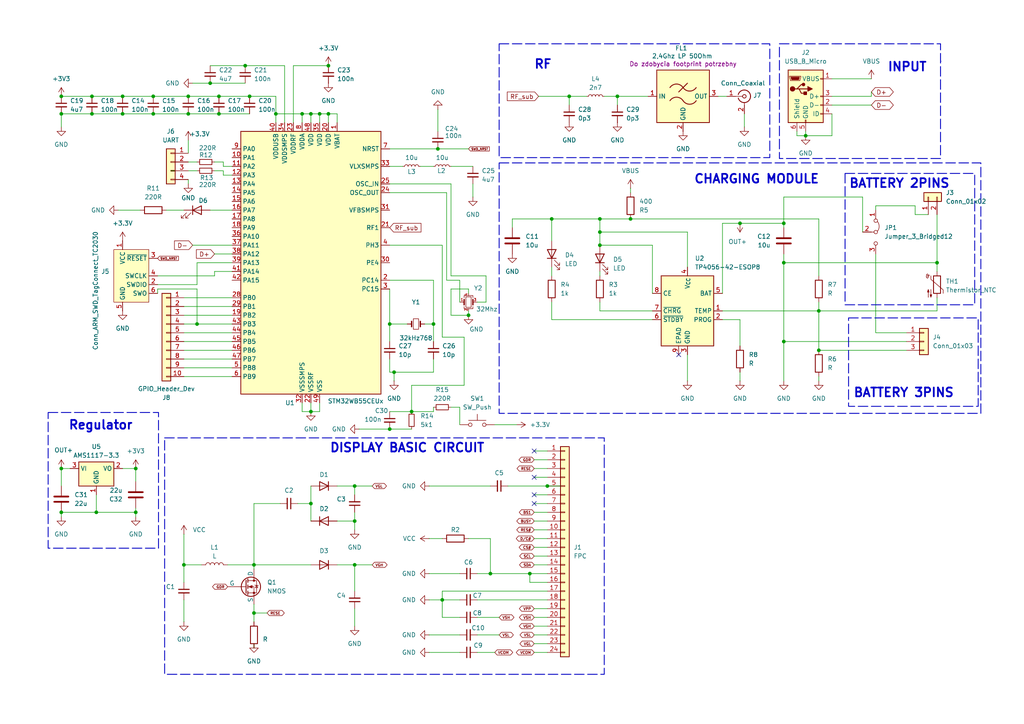
<source format=kicad_sch>
(kicad_sch (version 20250114) (generator "eeschema") (generator_version "9.0")
  (paper "A4")
  (rectangle (start 246.126 92.202) (end 283.718 117.856) (stroke (width 0.254) (type dash)))
  (rectangle (start 144.78 12.7) (end 223.266 45.72) (stroke (width 0.254) (type dash)))
  (rectangle (start 47.752 127) (end 175.26 195.58) (stroke (width 0.254) (type dash)))
  (rectangle (start 13.97 119.634) (end 45.974 159.004) (stroke (width 0.254) (type dash)))
  (rectangle (start 273.05 17.78) (end 273.05 17.78))
  (rectangle (start 245.11 50.292) (end 282.702 88.392) (stroke (width 0.254) (type dash)))
  (rectangle (start 226.06 12.7) (end 272.796 45.974) (stroke (width 0.254) (type dash)))
  (rectangle (start 144.78 47.244) (end 284.48 119.888) (stroke (width 0.254) (type dash)))
  (text "INPUT" (at 263.144 19.558 0) (effects (font (size 2.54 2.54) (thickness 0.508) (bold yes))))
  (text "BATTERY 2PINS" (at 260.858 53.34 0) (effects (font (size 2.54 2.54) (thickness 0.508) (bold yes))))
  (text "BATTERY 3PINS" (at 262.128 114.046 0) (effects (font (size 2.54 2.54) (thickness 0.508) (bold yes))))
  (text "Regulator" (at 29.21 123.444 0) (effects (font (size 2.54 2.54) (thickness 0.508) (bold yes))))
  (text "RF\n" (at 157.48 18.796 0) (effects (font (size 2.54 2.54) (thickness 0.508) (bold yes))))
  (text "CHARGING MODULE" (at 219.456 52.07 0) (effects (font (size 2.54 2.54) (thickness 0.508) (bold yes))))
  (text "DISPLAY BASIC CIRCUIT\n" (at 118.11 130.048 0) (effects (font (size 2.54 2.54) (thickness 0.508) (bold yes))))
  (junction (at 158.75 140.97))
  (junction (at 113.03 124.46))
  (junction (at 90.17 33.02))
  (junction (at 73.66 163.83))
  (junction (at 63.5 27.94))
  (junction (at 237.49 90.17))
  (junction (at 60.96 24.13))
  (junction (at 95.25 19.05))
  (junction (at 72.39 27.94))
  (junction (at 44.45 33.02))
  (junction (at 17.78 27.94))
  (junction (at 173.99 67.31))
  (junction (at 63.5 33.02))
  (junction (at 128.27 173.99))
  (junction (at 165.1 27.94))
  (junction (at 27.94 148.59))
  (junction (at 92.71 33.02))
  (junction (at 173.99 63.5))
  (junction (at 54.61 27.94))
  (junction (at 113.03 93.98))
  (junction (at 26.67 33.02))
  (junction (at 142.24 166.37))
  (junction (at 26.67 27.94))
  (junction (at 53.34 163.83))
  (junction (at 90.17 146.05))
  (junction (at 102.87 140.97))
  (junction (at 160.02 63.5))
  (junction (at 102.87 163.83))
  (junction (at 153.67 166.37))
  (junction (at 57.15 93.98))
  (junction (at 17.78 33.02))
  (junction (at 173.99 71.12))
  (junction (at 90.17 119.38))
  (junction (at 227.33 64.77))
  (junction (at 125.73 93.98))
  (junction (at 179.07 27.94))
  (junction (at 44.45 27.94))
  (junction (at 71.12 19.05))
  (junction (at 17.78 148.59))
  (junction (at 114.3 107.95))
  (junction (at 54.61 33.02))
  (junction (at 127 43.18))
  (junction (at 214.63 64.77))
  (junction (at 102.87 151.13))
  (junction (at 95.25 33.02))
  (junction (at 35.56 27.94))
  (junction (at 227.33 99.06))
  (junction (at 73.66 177.8))
  (junction (at 182.88 63.5))
  (junction (at 135.89 91.44))
  (junction (at 233.68 39.37))
  (junction (at 87.63 33.02))
  (junction (at 237.49 101.6))
  (junction (at 39.37 148.59))
  (junction (at 80.01 33.02))
  (junction (at 17.78 135.89))
  (junction (at 39.37 135.89))
  (junction (at 119.38 119.38))
  (junction (at 271.78 76.2))
  (junction (at 227.33 76.2))
  (junction (at 35.56 33.02))
  (no_connect (at 154.94 143.51))
  (no_connect (at 154.94 138.43))
  (no_connect (at 196.85 102.87))
  (no_connect (at 154.94 130.81))
  (no_connect (at 154.94 146.05))
  (wire (pts (xy 63.5 33.02) (xy 72.39 33.02)))
  (wire (pts (xy 182.88 63.5) (xy 237.49 63.5)))
  (wire (pts (xy 129.54 55.88) (xy 113.03 55.88)))
  (wire (pts (xy 154.94 148.59) (xy 158.75 148.59)))
  (wire (pts (xy 125.73 119.38) (xy 125.73 118.11)))
  (wire (pts (xy 92.71 116.84) (xy 92.71 119.38)))
  (wire (pts (xy 53.34 91.44) (xy 67.31 91.44)))
  (wire (pts (xy 237.49 101.6) (xy 262.89 101.6)))
  (wire (pts (xy 265.43 62.23) (xy 269.24 62.23)))
  (wire (pts (xy 90.17 146.05) (xy 90.17 151.13)))
  (wire (pts (xy 73.66 146.05) (xy 81.28 146.05)))
  (wire (pts (xy 124.46 189.23) (xy 133.35 189.23)))
  (wire (pts (xy 17.78 33.02) (xy 26.67 33.02)))
  (wire (pts (xy 153.67 166.37) (xy 158.75 166.37)))
  (wire (pts (xy 148.59 66.04) (xy 148.59 63.5)))
  (wire (pts (xy 160.02 77.47) (xy 160.02 80.01)))
  (wire (pts (xy 45.72 83.82) (xy 57.15 83.82)))
  (wire (pts (xy 90.17 33.02) (xy 92.71 33.02)))
  (wire (pts (xy 90.17 140.97) (xy 90.17 146.05)))
  (wire (pts (xy 73.66 163.83) (xy 90.17 163.83)))
  (wire (pts (xy 135.89 91.44) (xy 130.81 91.44)))
  (wire (pts (xy 250.19 57.15) (xy 250.19 67.31)))
  (wire (pts (xy 179.07 27.94) (xy 187.96 27.94)))
  (wire (pts (xy 173.99 63.5) (xy 173.99 67.31)))
  (wire (pts (xy 87.63 33.02) (xy 90.17 33.02)))
  (wire (pts (xy 92.71 119.38) (xy 90.17 119.38)))
  (wire (pts (xy 140.97 80.01) (xy 140.97 87.63)))
  (wire (pts (xy 44.45 27.94) (xy 54.61 27.94)))
  (wire (pts (xy 113.03 104.14) (xy 113.03 107.95)))
  (wire (pts (xy 80.01 33.02) (xy 87.63 33.02)))
  (wire (pts (xy 102.87 163.83) (xy 107.95 163.83)))
  (wire (pts (xy 53.34 88.9) (xy 67.31 88.9)))
  (wire (pts (xy 85.09 19.05) (xy 95.25 19.05)))
  (wire (pts (xy 87.63 116.84) (xy 87.63 119.38)))
  (wire (pts (xy 48.26 60.96) (xy 53.34 60.96)))
  (wire (pts (xy 53.34 99.06) (xy 67.31 99.06)))
  (wire (pts (xy 154.94 156.21) (xy 158.75 156.21)))
  (wire (pts (xy 125.73 93.98) (xy 125.73 81.28)))
  (wire (pts (xy 97.79 163.83) (xy 102.87 163.83)))
  (wire (pts (xy 85.09 35.56) (xy 85.09 19.05)))
  (wire (pts (xy 189.23 92.71) (xy 160.02 92.71)))
  (wire (pts (xy 102.87 140.97) (xy 107.95 140.97)))
  (wire (pts (xy 45.72 82.55) (xy 57.15 82.55)))
  (wire (pts (xy 80.01 33.02) (xy 80.01 35.56)))
  (wire (pts (xy 173.99 63.5) (xy 182.88 63.5)))
  (wire (pts (xy 227.33 99.06) (xy 227.33 110.49)))
  (wire (pts (xy 90.17 33.02) (xy 90.17 35.56)))
  (wire (pts (xy 53.34 101.6) (xy 67.31 101.6)))
  (wire (pts (xy 129.54 81.28) (xy 129.54 55.88)))
  (wire (pts (xy 154.94 179.07) (xy 158.75 179.07)))
  (wire (pts (xy 55.88 71.12) (xy 67.31 71.12)))
  (wire (pts (xy 97.79 140.97) (xy 102.87 140.97)))
  (wire (pts (xy 104.14 124.46) (xy 113.03 124.46)))
  (wire (pts (xy 147.32 140.97) (xy 158.75 140.97)))
  (wire (pts (xy 60.96 60.96) (xy 67.31 60.96)))
  (wire (pts (xy 182.88 54.61) (xy 182.88 55.88)))
  (wire (pts (xy 60.96 19.05) (xy 71.12 19.05)))
  (wire (pts (xy 113.03 119.38) (xy 119.38 119.38)))
  (wire (pts (xy 154.94 158.75) (xy 158.75 158.75)))
  (wire (pts (xy 173.99 87.63) (xy 173.99 90.17)))
  (wire (pts (xy 214.63 92.71) (xy 214.63 100.33)))
  (wire (pts (xy 102.87 176.53) (xy 102.87 181.61)))
  (wire (pts (xy 128.27 173.99) (xy 133.35 173.99)))
  (wire (pts (xy 130.81 53.34) (xy 130.81 80.01)))
  (wire (pts (xy 128.27 179.07) (xy 128.27 173.99)))
  (wire (pts (xy 231.14 38.1) (xy 231.14 39.37)))
  (wire (pts (xy 158.75 171.45) (xy 128.27 171.45)))
  (wire (pts (xy 128.27 71.12) (xy 128.27 97.79)))
  (wire (pts (xy 102.87 148.59) (xy 102.87 151.13)))
  (wire (pts (xy 153.67 168.91) (xy 153.67 166.37)))
  (wire (pts (xy 252.73 26.67) (xy 252.73 27.94)))
  (wire (pts (xy 77.47 177.8) (xy 73.66 177.8)))
  (wire (pts (xy 92.71 33.02) (xy 92.71 35.56)))
  (wire (pts (xy 137.16 53.34) (xy 137.16 57.15)))
  (wire (pts (xy 124.46 184.15) (xy 133.35 184.15)))
  (wire (pts (xy 241.3 22.86) (xy 252.73 22.86)))
  (wire (pts (xy 17.78 148.59) (xy 27.94 148.59)))
  (wire (pts (xy 265.43 59.69) (xy 265.43 62.23)))
  (wire (pts (xy 170.18 27.94) (xy 165.1 27.94)))
  (wire (pts (xy 209.55 90.17) (xy 237.49 90.17)))
  (wire (pts (xy 140.97 87.63) (xy 138.43 87.63)))
  (wire (pts (xy 80.01 27.94) (xy 80.01 33.02)))
  (wire (pts (xy 114.3 107.95) (xy 114.3 110.49)))
  (wire (pts (xy 62.23 46.99) (xy 64.77 46.99)))
  (wire (pts (xy 125.73 93.98) (xy 125.73 99.06)))
  (wire (pts (xy 86.36 146.05) (xy 90.17 146.05)))
  (wire (pts (xy 237.49 90.17) (xy 271.78 90.17)))
  (wire (pts (xy 62.23 49.53) (xy 64.77 49.53)))
  (wire (pts (xy 154.94 146.05) (xy 158.75 146.05)))
  (wire (pts (xy 209.55 64.77) (xy 214.63 64.77)))
  (wire (pts (xy 39.37 148.59) (xy 39.37 147.32)))
  (wire (pts (xy 208.28 27.94) (xy 210.82 27.94)))
  (wire (pts (xy 130.81 48.26) (xy 137.16 48.26)))
  (wire (pts (xy 53.34 96.52) (xy 67.31 96.52)))
  (wire (pts (xy 237.49 63.5) (xy 237.49 80.01)))
  (wire (pts (xy 73.66 180.34) (xy 73.66 177.8)))
  (wire (pts (xy 160.02 63.5) (xy 173.99 63.5)))
  (wire (pts (xy 160.02 63.5) (xy 160.02 69.85)))
  (wire (pts (xy 154.94 189.23) (xy 158.75 189.23)))
  (wire (pts (xy 134.62 97.79) (xy 134.62 111.76)))
  (wire (pts (xy 113.03 71.12) (xy 128.27 71.12)))
  (wire (pts (xy 95.25 33.02) (xy 95.25 35.56)))
  (wire (pts (xy 254 96.52) (xy 262.89 96.52)))
  (wire (pts (xy 64.77 49.53) (xy 64.77 50.8)))
  (wire (pts (xy 113.03 107.95) (xy 114.3 107.95)))
  (wire (pts (xy 154.94 138.43) (xy 158.75 138.43)))
  (wire (pts (xy 124.46 156.21) (xy 128.27 156.21)))
  (wire (pts (xy 154.94 151.13) (xy 158.75 151.13)))
  (wire (pts (xy 130.81 91.44) (xy 130.81 83.82)))
  (wire (pts (xy 127 31.75) (xy 127 38.1)))
  (wire (pts (xy 35.56 27.94) (xy 44.45 27.94)))
  (wire (pts (xy 233.68 39.37) (xy 241.3 39.37)))
  (wire (pts (xy 271.78 90.17) (xy 271.78 86.36)))
  (wire (pts (xy 165.1 27.94) (xy 165.1 30.48)))
  (wire (pts (xy 87.63 35.56) (xy 87.63 33.02)))
  (wire (pts (xy 119.38 111.76) (xy 119.38 119.38)))
  (wire (pts (xy 138.43 184.15) (xy 144.78 184.15)))
  (wire (pts (xy 97.79 33.02) (xy 95.25 33.02)))
  (wire (pts (xy 124.46 140.97) (xy 142.24 140.97)))
  (wire (pts (xy 113.03 124.46) (xy 119.38 124.46)))
  (wire (pts (xy 64.77 48.26) (xy 67.31 48.26)))
  (wire (pts (xy 254 59.69) (xy 254 60.96)))
  (wire (pts (xy 154.94 130.81) (xy 158.75 130.81)))
  (wire (pts (xy 102.87 143.51) (xy 102.87 140.97)))
  (wire (pts (xy 133.35 87.63) (xy 133.35 81.28)))
  (wire (pts (xy 160.02 87.63) (xy 160.02 92.71)))
  (wire (pts (xy 82.55 35.56) (xy 82.55 19.05)))
  (wire (pts (xy 45.72 83.82) (xy 45.72 85.09)))
  (wire (pts (xy 113.03 53.34) (xy 130.81 53.34)))
  (wire (pts (xy 124.46 166.37) (xy 133.35 166.37)))
  (wire (pts (xy 254 59.69) (xy 265.43 59.69)))
  (wire (pts (xy 95.25 33.02) (xy 92.71 33.02)))
  (wire (pts (xy 121.92 48.26) (xy 125.73 48.26)))
  (wire (pts (xy 53.34 93.98) (xy 57.15 93.98)))
  (wire (pts (xy 113.03 93.98) (xy 118.11 93.98)))
  (wire (pts (xy 173.99 78.74) (xy 173.99 80.01)))
  (wire (pts (xy 179.07 27.94) (xy 179.07 30.48)))
  (wire (pts (xy 227.33 76.2) (xy 271.78 76.2)))
  (wire (pts (xy 175.26 27.94) (xy 179.07 27.94)))
  (wire (pts (xy 73.66 163.83) (xy 73.66 146.05)))
  (wire (pts (xy 27.94 143.51) (xy 27.94 148.59)))
  (wire (pts (xy 173.99 67.31) (xy 199.39 67.31)))
  (wire (pts (xy 237.49 109.22) (xy 237.49 110.49)))
  (wire (pts (xy 231.14 39.37) (xy 233.68 39.37)))
  (wire (pts (xy 26.67 33.02) (xy 35.56 33.02)))
  (wire (pts (xy 154.94 135.89) (xy 158.75 135.89)))
  (wire (pts (xy 114.3 107.95) (xy 125.73 107.95)))
  (wire (pts (xy 130.81 80.01) (xy 140.97 80.01)))
  (wire (pts (xy 17.78 149.86) (xy 17.78 148.59)))
  (wire (pts (xy 173.99 90.17) (xy 189.23 90.17)))
  (wire (pts (xy 97.79 35.56) (xy 97.79 33.02)))
  (wire (pts (xy 45.72 80.01) (xy 62.23 80.01)))
  (wire (pts (xy 60.96 24.13) (xy 71.12 24.13)))
  (wire (pts (xy 54.61 33.02) (xy 63.5 33.02)))
  (wire (pts (xy 154.94 163.83) (xy 158.75 163.83)))
  (wire (pts (xy 66.04 163.83) (xy 73.66 163.83)))
  (wire (pts (xy 209.55 92.71) (xy 214.63 92.71)))
  (wire (pts (xy 154.94 181.61) (xy 158.75 181.61)))
  (wire (pts (xy 55.88 24.13) (xy 60.96 24.13)))
  (wire (pts (xy 154.94 133.35) (xy 158.75 133.35)))
  (wire (pts (xy 214.63 107.95) (xy 214.63 110.49)))
  (wire (pts (xy 241.3 33.02) (xy 241.3 39.37)))
  (wire (pts (xy 128.27 97.79) (xy 134.62 97.79)))
  (wire (pts (xy 17.78 135.89) (xy 20.32 135.89)))
  (wire (pts (xy 53.34 86.36) (xy 67.31 86.36)))
  (wire (pts (xy 102.87 171.45) (xy 102.87 163.83)))
  (wire (pts (xy 54.61 46.99) (xy 57.15 46.99)))
  (wire (pts (xy 254 73.66) (xy 254 96.52)))
  (wire (pts (xy 154.94 186.69) (xy 158.75 186.69)))
  (wire (pts (xy 73.66 163.83) (xy 73.66 165.1)))
  (wire (pts (xy 237.49 90.17) (xy 237.49 101.6)))
  (wire (pts (xy 102.87 153.67) (xy 102.87 151.13)))
  (wire (pts (xy 125.73 81.28) (xy 113.03 81.28)))
  (wire (pts (xy 143.51 123.19) (xy 149.86 123.19)))
  (wire (pts (xy 90.17 116.84) (xy 90.17 119.38)))
  (wire (pts (xy 241.3 27.94) (xy 252.73 27.94)))
  (wire (pts (xy 134.62 111.76) (xy 119.38 111.76)))
  (wire (pts (xy 227.33 99.06) (xy 262.89 99.06)))
  (wire (pts (xy 53.34 154.94) (xy 53.34 163.83)))
  (wire (pts (xy 62.23 78.74) (xy 67.31 78.74)))
  (wire (pts (xy 135.89 83.82) (xy 135.89 85.09)))
  (wire (pts (xy 113.03 48.26) (xy 116.84 48.26)))
  (wire (pts (xy 113.03 99.06) (xy 113.03 93.98)))
  (wire (pts (xy 54.61 27.94) (xy 63.5 27.94)))
  (wire (pts (xy 138.43 179.07) (xy 144.78 179.07)))
  (wire (pts (xy 215.9 33.02) (xy 215.9 36.83)))
  (wire (pts (xy 54.61 52.07) (xy 54.61 53.34)))
  (wire (pts (xy 237.49 87.63) (xy 237.49 90.17)))
  (wire (pts (xy 64.77 46.99) (xy 64.77 48.26)))
  (wire (pts (xy 135.89 156.21) (xy 142.24 156.21)))
  (wire (pts (xy 17.78 140.97) (xy 17.78 135.89)))
  (wire (pts (xy 173.99 67.31) (xy 173.99 71.12)))
  (wire (pts (xy 39.37 135.89) (xy 39.37 139.7)))
  (wire (pts (xy 17.78 27.94) (xy 26.67 27.94)))
  (wire (pts (xy 26.67 27.94) (xy 35.56 27.94)))
  (wire (pts (xy 233.68 39.37) (xy 233.68 38.1)))
  (wire (pts (xy 71.12 19.05) (xy 82.55 19.05)))
  (wire (pts (xy 142.24 156.21) (xy 142.24 166.37)))
  (wire (pts (xy 34.29 60.96) (xy 40.64 60.96)))
  (wire (pts (xy 35.56 135.89) (xy 39.37 135.89)))
  (wire (pts (xy 199.39 102.87) (xy 199.39 110.49)))
  (wire (pts (xy 209.55 64.77) (xy 209.55 85.09)))
  (wire (pts (xy 53.34 104.14) (xy 67.31 104.14)))
  (wire (pts (xy 154.94 184.15) (xy 158.75 184.15)))
  (wire (pts (xy 138.43 166.37) (xy 142.24 166.37)))
  (wire (pts (xy 156.21 27.94) (xy 165.1 27.94)))
  (wire (pts (xy 63.5 27.94) (xy 72.39 27.94)))
  (wire (pts (xy 57.15 76.2) (xy 67.31 76.2)))
  (wire (pts (xy 128.27 171.45) (xy 128.27 173.99)))
  (wire (pts (xy 148.59 63.5) (xy 160.02 63.5)))
  (wire (pts (xy 53.34 163.83) (xy 58.42 163.83)))
  (wire (pts (xy 227.33 64.77) (xy 227.33 66.04)))
  (wire (pts (xy 189.23 71.12) (xy 173.99 71.12)))
  (wire (pts (xy 154.94 176.53) (xy 158.75 176.53)))
  (wire (pts (xy 53.34 173.99) (xy 53.34 180.34)))
  (wire (pts (xy 123.19 93.98) (xy 125.73 93.98)))
  (wire (pts (xy 127 43.18) (xy 135.89 43.18)))
  (wire (pts (xy 57.15 82.55) (xy 57.15 76.2)))
  (wire (pts (xy 64.77 50.8) (xy 67.31 50.8)))
  (wire (pts (xy 49.53 49.53) (xy 50.8 49.53)))
  (wire (pts (xy 133.35 179.07) (xy 128.27 179.07)))
  (wire (pts (xy 97.79 151.13) (xy 102.87 151.13)))
  (wire (pts (xy 73.66 187.96) (xy 73.66 186.69)))
  (wire (pts (xy 142.24 166.37) (xy 153.67 166.37)))
  (wire (pts (xy 158.75 140.97) (xy 162.56 140.97)))
  (wire (pts (xy 87.63 119.38) (xy 90.17 119.38)))
  (wire (pts (xy 227.33 73.66) (xy 227.33 76.2)))
  (wire (pts (xy 133.35 118.11) (xy 133.35 123.19)))
  (wire (pts (xy 199.39 67.31) (xy 199.39 77.47)))
  (wire (pts (xy 271.78 62.23) (xy 271.78 76.2)))
  (wire (pts (xy 158.75 168.91) (xy 153.67 168.91)))
  (wire (pts (xy 44.45 33.02) (xy 54.61 33.02)))
  (wire (pts (xy 73.66 177.8) (xy 73.66 175.26)))
  (wire (pts (xy 125.73 107.95) (xy 125.73 104.14)))
  (wire (pts (xy 113.03 83.82) (xy 113.03 93.98)))
  (wire (pts (xy 130.81 83.82) (xy 135.89 83.82)))
  (wire (pts (xy 62.23 80.01) (xy 62.23 78.74)))
  (wire (pts (xy 138.43 189.23) (xy 143.51 189.23)))
  (wire (pts (xy 214.63 64.77) (xy 227.33 64.77)))
  (wire (pts (xy 72.39 27.94) (xy 80.01 27.94)))
  (wire (pts (xy 154.94 153.67) (xy 158.75 153.67)))
  (wire (pts (xy 39.37 149.86) (xy 39.37 148.59)))
  (wire (pts (xy 135.89 90.17) (xy 135.89 91.44)))
  (wire (pts (xy 119.38 119.38) (xy 125.73 119.38)))
  (wire (pts (xy 130.81 118.11) (xy 133.35 118.11)))
  (wire (pts (xy 227.33 64.77) (xy 227.33 57.15)))
  (wire (pts (xy 227.33 57.15) (xy 250.19 57.15)))
  (wire (pts (xy 57.15 83.82) (xy 57.15 93.98)))
  (wire (pts (xy 53.34 106.68) (xy 67.31 106.68)))
  (wire (pts (xy 17.78 36.83) (xy 17.78 33.02)))
  (wire (pts (xy 113.03 43.18) (xy 127 43.18)))
  (wire (pts (xy 27.94 148.59) (xy 39.37 148.59)))
  (wire (pts (xy 54.61 40.64) (xy 54.61 44.45)))
  (wire (pts (xy 35.56 33.02) (xy 44.45 33.02)))
  (wire (pts (xy 189.23 85.09) (xy 189.23 71.12)))
  (wire (pts (xy 133.35 81.28) (xy 129.54 81.28)))
  (wire (pts (xy 154.94 143.51) (xy 158.75 143.51)))
  (wire (pts (xy 53.34 168.91) (xy 53.34 163.83)))
  (wire (pts (xy 57.15 93.98) (xy 67.31 93.98)))
  (wire (pts (xy 154.94 161.29) (xy 158.75 161.29)))
  (wire (pts (xy 124.46 173.99) (xy 128.27 173.99)))
  (wire (pts (xy 227.33 76.2) (xy 227.33 99.06)))
  (wire (pts (xy 252.73 30.48) (xy 241.3 30.48)))
  (wire (pts (xy 138.43 173.99) (xy 158.75 173.99)))
  (wire (pts (xy 53.34 109.22) (xy 67.31 109.22)))
  (wire (pts (xy 54.61 49.53) (xy 57.15 49.53)))
  (wire (pts (xy 62.23 73.66) (xy 67.31 73.66)))
  (wire (pts (xy 271.78 76.2) (xy 271.78 78.74)))
  (global_label "VGH" (shape bidirectional) (at 107.95 163.83 0) (effects (font (size 0.762 0.762))) (property "Intersheetrefs" "${INTERSHEET_REFS}" (effects (hide yes))))
  (global_label "RES#" (shape bidirectional) (at 154.94 153.67 180) (effects (font (size 0.762 0.762))) (property "Intersheetrefs" "${INTERSHEET_REFS}" (effects (hide yes))))
  (global_label "D-" (shape input) (at 55.88 71.12 180) (property "Intersheetrefs" "${INTERSHEET_REFS}" (effects (hide yes))))
  (global_label "VCOM" (shape bidirectional) (at 143.51 189.23 0) (effects (font (size 0.762 0.762))) (property "Intersheetrefs" "${INTERSHEET_REFS}" (effects (hide yes))))
  (global_label "RESE" (shape bidirectional) (at 77.47 177.8 0) (effects (font (size 0.762 0.762))) (property "Intersheetrefs" "${INTERSHEET_REFS}" (effects (hide yes))))
  (global_label "VCOM" (shape bidirectional) (at 154.94 189.23 180) (effects (font (size 0.762 0.762))) (property "Intersheetrefs" "${INTERSHEET_REFS}" (effects (hide yes))))
  (global_label "SWD_NRST" (shape input) (at 45.72 74.93 0) (effects (font (size 0.635 0.635))) (property "Intersheetrefs" "${INTERSHEET_REFS}" (effects (hide yes))))
  (global_label "VSL" (shape bidirectional) (at 154.94 184.15 180) (effects (font (size 0.762 0.762))) (property "Intersheetrefs" "${INTERSHEET_REFS}" (effects (hide yes))))
  (global_label "GDR" (shape bidirectional) (at 154.94 133.35 180) (effects (font (size 0.762 0.762))) (property "Intersheetrefs" "${INTERSHEET_REFS}" (effects (hide yes))))
  (global_label "D+" (shape input) (at 62.23 73.66 180) (property "Intersheetrefs" "${INTERSHEET_REFS}" (effects (hide yes))))
  (global_label "D-" (shape bidirectional) (at 252.73 30.48 0) (property "Intersheetrefs" "${INTERSHEET_REFS}" (effects (hide yes))))
  (global_label "CS#" (shape bidirectional) (at 154.94 158.75 180) (effects (font (size 0.762 0.762))) (property "Intersheetrefs" "${INTERSHEET_REFS}" (effects (hide yes))))
  (global_label "BS1" (shape bidirectional) (at 154.94 148.59 180) (effects (font (size 0.762 0.762))) (property "Intersheetrefs" "${INTERSHEET_REFS}" (effects (hide yes))))
  (global_label "D+" (shape bidirectional) (at 252.73 26.67 0) (property "Intersheetrefs" "${INTERSHEET_REFS}" (effects (hide yes))))
  (global_label "VGH" (shape bidirectional) (at 154.94 181.61 180) (effects (font (size 0.762 0.762))) (property "Intersheetrefs" "${INTERSHEET_REFS}" (effects (hide yes))))
  (global_label "VGL" (shape bidirectional) (at 154.94 186.69 180) (effects (font (size 0.762 0.762))) (property "Intersheetrefs" "${INTERSHEET_REFS}" (effects (hide yes))))
  (global_label "SCL" (shape bidirectional) (at 154.94 161.29 180) (effects (font (size 0.762 0.762))) (property "Intersheetrefs" "${INTERSHEET_REFS}" (effects (hide yes))))
  (global_label "GDR" (shape bidirectional) (at 66.04 170.18 180) (effects (font (size 0.762 0.762))) (property "Intersheetrefs" "${INTERSHEET_REFS}" (effects (hide yes))))
  (global_label "BUSY" (shape bidirectional) (at 154.94 151.13 180) (effects (font (size 0.762 0.762))) (property "Intersheetrefs" "${INTERSHEET_REFS}" (effects (hide yes))))
  (global_label "VPP" (shape bidirectional) (at 154.94 176.53 180) (effects (font (size 0.762 0.762))) (property "Intersheetrefs" "${INTERSHEET_REFS}" (effects (hide yes))))
  (global_label "VSH" (shape bidirectional) (at 144.78 179.07 0) (effects (font (size 0.762 0.762))) (property "Intersheetrefs" "${INTERSHEET_REFS}" (effects (hide yes))))
  (global_label "SWD_NRST" (shape input) (at 135.89 43.18 0) (effects (font (size 0.635 0.635))) (property "Intersheetrefs" "${INTERSHEET_REFS}" (effects (hide yes))))
  (global_label "RF_sub" (shape input) (at 156.21 27.94 180) (property "Intersheetrefs" "${INTERSHEET_REFS}" (effects (hide yes))))
  (global_label "VSL" (shape bidirectional) (at 144.78 184.15 0) (effects (font (size 0.762 0.762))) (property "Intersheetrefs" "${INTERSHEET_REFS}" (effects (hide yes))))
  (global_label "D{slash}C#" (shape bidirectional) (at 154.94 156.21 180) (effects (font (size 0.762 0.762))) (property "Intersheetrefs" "${INTERSHEET_REFS}" (effects (hide yes))))
  (global_label "RF_sub" (shape input) (at 113.03 66.04 0) (property "Intersheetrefs" "${INTERSHEET_REFS}" (effects (hide yes))))
  (global_label "VSH" (shape bidirectional) (at 154.94 179.07 180) (effects (font (size 0.762 0.762))) (property "Intersheetrefs" "${INTERSHEET_REFS}" (effects (hide yes))))
  (global_label "RESE" (shape bidirectional) (at 154.94 135.89 180) (effects (font (size 0.762 0.762))) (property "Intersheetrefs" "${INTERSHEET_REFS}" (effects (hide yes))))
  (global_label "VGL" (shape bidirectional) (at 107.95 140.97 0) (effects (font (size 0.762 0.762))) (property "Intersheetrefs" "${INTERSHEET_REFS}" (effects (hide yes))))
  (global_label "SDA" (shape bidirectional) (at 154.94 163.83 180) (effects (font (size 0.762 0.762))) (property "Intersheetrefs" "${INTERSHEET_REFS}" (effects (hide yes))))
  (symbol (lib_id "power:GND") (at 124.46 189.23 270) (unit 1)
    (property "Reference" "#PWR010" (effects (hide yes)))
    (property "Value" "GND" (at 120.65 189.2299 90) (effects (justify right)))
    (property "Description" "Power symbol creates a global label with name \"GND\" , ground" (effects (hide yes)))
  )
  (symbol (lib_id "Connector_Generic:Conn_01x02") (at 269.24 57.15 90) (unit 1)
    (property "Reference" "J3" (at 274.32 55.8799 90) (effects (justify right)))
    (property "Value" "Conn_01x02" (at 274.32 58.4199 90) (effects (justify right)))
    (property "Description" "Generic connector, single row, 01x02, script generated (kicad-library-utils/schlib/autogen/connector/)" (effects (hide yes)))
  )
  (symbol (lib_id "power:GND") (at 179.07 35.56 0) (unit 1)
    (property "Reference" "#PWR050" (effects (hide yes)))
    (property "Value" "GND" (at 179.07 40.64 0))
    (property "Description" "Power symbol creates a global label with name \"GND\" , ground" (effects (hide yes)))
  )
  (symbol (lib_id "Device:C_Small") (at 113.03 101.6 0) (unit 1)
    (property "Reference" "C27" (at 115.57 100.3362 0) (effects (justify left)))
    (property "Value" "10p" (at 115.57 102.8762 0) (effects (justify left)))
    (property "Description" "Unpolarized capacitor, small symbol" (effects (hide yes)))
  )
  (symbol (lib_id "Device:C_Small") (at 137.16 50.8 0) (unit 1)
    (property "Reference" "C25" (at 139.7 49.5362 0) (effects (justify left)))
    (property "Value" "4u7" (at 139.7 52.0762 0) (effects (justify left)))
    (property "Description" "Unpolarized capacitor, small symbol" (effects (hide yes)))
  )
  (symbol (lib_id "Device:R") (at 182.88 59.69 0) (mirror x) (unit 1)
    (property "Reference" "R5" (at 185.42 60.9601 0) (effects (justify left)))
    (property "Value" "400" (at 185.42 58.4201 0) (effects (justify left)))
    (property "Description" "Resistor" (effects (hide yes)))
  )
  (symbol (lib_id "Connector_Generic:Conn_01x03") (at 267.97 99.06 0) (unit 1)
    (property "Reference" "J4" (at 270.51 97.7899 0) (effects (justify left)))
    (property "Value" "Conn_01x03" (at 270.51 100.3299 0) (effects (justify left)))
    (property "Description" "Generic connector, single row, 01x03, script generated (kicad-library-utils/schlib/autogen/connector/)" (effects (hide yes)))
  )
  (symbol (lib_id "Device:C_Small") (at 60.96 21.59 0) (unit 1)
    (property "Reference" "C22" (at 63.5 20.3262 0) (effects (justify left)))
    (property "Value" "4u7" (at 63.5 22.8662 0) (effects (justify left)))
    (property "Description" "Unpolarized capacitor, small symbol" (effects (hide yes)))
  )
  (symbol (lib_id "Device:Crystal_GND24_Small") (at 135.89 87.63 0) (unit 1)
    (property "Reference" "Y2" (at 138.684 83.566 0))
    (property "Value" "32Mhz" (at 141.224 89.662 0))
    (property "Description" "Four pin crystal, GND on pins 2 and 4, small symbol" (effects (hide yes)))
  )
  (symbol (lib_id "Device:C_Small") (at 44.45 30.48 0) (unit 1)
    (property "Reference" "C15" (at 46.99 29.2162 0) (effects (justify left)))
    (property "Value" "100n" (at 46.99 31.7562 0) (effects (justify left)))
    (property "Description" "Unpolarized capacitor, small symbol" (effects (hide yes)))
  )
  (symbol (lib_id "Simulation_SPICE:NMOS") (at 71.12 170.18 0) (unit 1)
    (property "Reference" "Q1" (at 77.47 168.9099 0) (effects (justify left)))
    (property "Value" "NMOS" (at 77.47 171.4499 0) (effects (justify left)))
    (property "Datasheet" "https://ngspice.sourceforge.io/docs/ngspice-html-manual/manual.xhtml#cha_MOSFETs" (effects (hide yes)))
    (property "Description" "N-MOSFET transistor, drain/source/gate" (effects (hide yes)))
    (property "Sim.Device" "NMOS" (effects (hide yes)))
    (property "Sim.Type" "VDMOS" (effects (hide yes)))
    (property "Sim.Pins" "1=D 2=G 3=S" (effects (hide yes)))
  )
  (symbol (lib_id "Device:R_Small") (at 59.69 46.99 90) (unit 1)
    (property "Reference" "R12" (at 59.69 44.958 90))
    (property "Value" "220R" (at 60.198 42.926 90))
    (property "Description" "Resistor, small symbol" (effects (hide yes)))
  )
  (symbol (lib_id "Connector_Generic:Conn_01x04") (at 49.53 46.99 0) (mirror y) (unit 1)
    (property "Reference" "J6" (at 49.53 38.1 0))
    (property "Value" "UART" (at 49.53 40.64 0))
    (property "Description" "Generic connector, single row, 01x04, script generated (kicad-library-utils/schlib/autogen/connector/)" (effects (hide yes)))
  )
  (symbol (lib_id "Device:C_Small") (at 63.5 30.48 0) (unit 1)
    (property "Reference" "C17" (at 66.04 29.2162 0) (effects (justify left)))
    (property "Value" "100n" (at 66.04 31.7562 0) (effects (justify left)))
    (property "Description" "Unpolarized capacitor, small symbol" (effects (hide yes)))
  )
  (symbol (lib_id "Device:C_Small") (at 71.12 21.59 0) (unit 1)
    (property "Reference" "C21" (at 73.66 20.3262 0) (effects (justify left)))
    (property "Value" "100n" (at 73.66 22.8662 0) (effects (justify left)))
    (property "Description" "Unpolarized capacitor, small symbol" (effects (hide yes)))
  )
  (symbol (lib_id "power:GND") (at 127 31.75 180) (unit 1)
    (property "Reference" "#PWR036" (effects (hide yes)))
    (property "Value" "GND" (at 127 26.67 0))
    (property "Description" "Power symbol creates a global label with name \"GND\" , ground" (effects (hide yes)))
  )
  (symbol (lib_id "Connector:USB_B_Micro") (at 233.68 27.94 0) (unit 1)
    (property "Reference" "J2" (at 233.68 15.24 0))
    (property "Value" "USB_B_Micro" (at 233.68 17.78 0))
    (property "Description" "USB Micro Type B connector" (effects (hide yes)))
  )
  (symbol (lib_id "power:GND") (at 198.12 38.1 0) (unit 1)
    (property "Reference" "#PWR040" (effects (hide yes)))
    (property "Value" "GND" (at 198.12 43.18 0))
    (property "Description" "Power symbol creates a global label with name \"GND\" , ground" (effects (hide yes)))
  )
  (symbol (lib_id "power:GND") (at 17.78 36.83 0) (unit 1)
    (property "Reference" "#PWR026" (effects (hide yes)))
    (property "Value" "GND" (at 17.78 41.91 0))
    (property "Description" "Power symbol creates a global label with name \"GND\" , ground" (effects (hide yes)))
  )
  (symbol (lib_id "Regulator_Linear:AMS1117-3.3") (at 27.94 135.89 0) (unit 1)
    (property "Reference" "U5" (at 27.94 129.54 0))
    (property "Value" "AMS1117-3.3" (at 27.94 132.08 0))
    (property "Footprint" "Package_TO_SOT_SMD:SOT-223-3_TabPin2" (effects (hide yes)))
    (property "Datasheet" "http://www.advanced-monolithic.com/pdf/ds1117.pdf" (effects (hide yes)))
    (property "Description" "1A Low Dropout regulator, positive, 3.3V fixed output, SOT-223" (effects (hide yes)))
  )
  (symbol (lib_id "Device:LED") (at 173.99 74.93 90) (unit 1)
    (property "Reference" "D5" (at 177.8 75.2474 90) (effects (justify right)))
    (property "Value" "LED" (at 177.8 77.7874 90) (effects (justify right)))
    (property "Description" "Light emitting diode" (effects (hide yes)))
    (property "Sim.Pins" "1=K 2=A" (effects (hide yes)))
  )
  (symbol (lib_id "power:GND") (at 53.34 180.34 0) (unit 1)
    (property "Reference" "#PWR044" (effects (hide yes)))
    (property "Value" "GND" (at 53.34 185.42 0))
    (property "Description" "Power symbol creates a global label with name \"GND\" , ground" (effects (hide yes)))
  )
  (symbol (lib_id "Device:LED") (at 57.15 60.96 0) (unit 1)
    (property "Reference" "D6" (at 58.928 58.166 0))
    (property "Value" "LED" (effects (hide yes)))
    (property "Description" "Light emitting diode" (effects (hide yes)))
    (property "Sim.Pins" "1=K 2=A" (effects (hide yes)))
  )
  (symbol (lib_id "MCU_ST_STM32WB:STM32WB55CEUx") (at 90.17 76.2 0) (mirror y) (unit 1)
    (property "Reference" "U1" (at 85.4867 116.84 0) (effects (justify left)))
    (property "Value" "STM32WB55CEUx" (at 111.252 116.332 0) (effects (justify left)))
    (property "Footprint" "Package_DFN_QFN:QFN-48-1EP_7x7mm_P0.5mm_EP5.6x5.6mm" (effects (hide yes)))
    (property "Datasheet" "https://www.st.com/resource/en/datasheet/stm32wb55ce.pdf" (effects (hide yes)))
    (property "Description" "STMicroelectronics Arm Cortex-M4 MCU, 512KB flash, 256KB RAM, 64 MHz, 1.71-3.6V, 30 GPIO, UFQFPN48" (effects (hide yes)))
  )
  (symbol (lib_id "Device:R_Small") (at 119.38 121.92 0) (unit 1)
    (property "Reference" "R14" (at 121.92 120.6499 0) (effects (justify left)))
    (property "Value" "5k1" (at 121.92 123.1899 0) (effects (justify left)))
    (property "Description" "Resistor, small symbol" (effects (hide yes)))
  )
  (symbol (lib_id "Device:C_Small") (at 35.56 30.48 0) (unit 1)
    (property "Reference" "C14" (at 38.1 29.2162 0) (effects (justify left)))
    (property "Value" "100n" (at 38.1 31.7562 0) (effects (justify left)))
    (property "Description" "Unpolarized capacitor, small symbol" (effects (hide yes)))
  )
  (symbol (lib_id "Device:C_Small") (at 135.89 173.99 90) (unit 1)
    (property "Reference" "C7" (at 138.43 172.72 90))
    (property "Value" "C_Small" (effects (hide yes)))
    (property "Description" "Unpolarized capacitor, small symbol" (effects (hide yes)))
  )
  (symbol (lib_id "power:GND") (at 199.39 110.49 0) (unit 1)
    (property "Reference" "#PWR014" (effects (hide yes)))
    (property "Value" "GND" (at 199.39 115.57 0))
    (property "Description" "Power symbol creates a global label with name \"GND\" , ground" (effects (hide yes)))
  )
  (symbol (lib_id "Device:C_Small") (at 127 40.64 0) (unit 1)
    (property "Reference" "C24" (at 129.032 37.338 0) (effects (justify left)))
    (property "Value" "100n" (at 129.032 39.37 0) (effects (justify left)))
    (property "Description" "Unpolarized capacitor, small symbol" (effects (hide yes)))
  )
  (symbol (lib_id "Device:C") (at 17.78 144.78 0) (unit 1)
    (property "Reference" "C31" (at 21.59 143.5099 0) (effects (justify left)))
    (property "Value" "22u" (at 21.59 146.0499 0) (effects (justify left)))
    (property "Description" "Unpolarized capacitor" (effects (hide yes)))
  )
  (symbol (lib_id "power:GND") (at 214.63 110.49 0) (unit 1)
    (property "Reference" "#PWR015" (effects (hide yes)))
    (property "Value" "GND" (at 214.63 115.57 0))
    (property "Description" "Power symbol creates a global label with name \"GND\" , ground" (effects (hide yes)))
  )
  (symbol (lib_id "Device:C_Small") (at 54.61 30.48 0) (unit 1)
    (property "Reference" "C16" (at 57.15 29.2162 0) (effects (justify left)))
    (property "Value" "100n" (at 57.15 31.7562 0) (effects (justify left)))
    (property "Description" "Unpolarized capacitor, small symbol" (effects (hide yes)))
  )
  (symbol (lib_name "C_Small_1") (lib_id "Device:C_Small") (at 102.87 173.99 0) (mirror x) (unit 1)
    (property "Reference" "C4" (at 100.33 172.7135 0) (effects (justify right)))
    (property "Value" "C_Small" (effects (hide yes)))
    (property "Description" "Unpolarized capacitor, small symbol" (effects (hide yes)))
  )
  (symbol (lib_id "Device:C_Small") (at 165.1 33.02 0) (unit 1)
    (property "Reference" "C28" (at 167.64 31.7562 0) (effects (justify left)))
    (property "Value" "0p3" (at 167.64 34.2962 0) (effects (justify left)))
    (property "Description" "Unpolarized capacitor, small symbol" (effects (hide yes)))
  )
  (symbol (lib_id "power:GND") (at 104.14 124.46 270) (unit 1)
    (property "Reference" "#PWR043" (effects (hide yes)))
    (property "Value" "GND" (at 100.33 124.4599 90) (effects (justify right)))
    (property "Description" "Power symbol creates a global label with name \"GND\" , ground" (effects (hide yes)))
  )
  (symbol (lib_id "Device:Crystal_Small") (at 120.65 93.98 0) (unit 1)
    (property "Reference" "Y1" (at 120.65 87.63 0))
    (property "Value" "32kHz768" (at 120.65 98.044 0))
    (property "Description" "Two pin crystal, small symbol" (effects (hide yes)))
  )
  (symbol (lib_id "Device:LED") (at 160.02 73.66 90) (unit 1)
    (property "Reference" "D4" (at 163.83 73.9774 90) (effects (justify right)))
    (property "Value" "LED" (at 163.83 76.5174 90) (effects (justify right)))
    (property "Description" "Light emitting diode" (effects (hide yes)))
    (property "Sim.Pins" "1=K 2=A" (effects (hide yes)))
  )
  (symbol (lib_id "Device:R") (at 237.49 83.82 0) (unit 1)
    (property "Reference" "R7" (at 240.03 82.5499 0) (effects (justify left)))
    (property "Value" "R" (at 240.03 85.0899 0) (effects (justify left)))
    (property "Description" "Resistor" (effects (hide yes)))
  )
  (symbol (lib_id "Device:R") (at 44.45 60.96 270) (unit 1)
    (property "Reference" "R11" (at 44.45 54.61 90))
    (property "Value" "220R" (at 44.45 57.15 90))
    (property "Description" "Resistor" (effects (hide yes)))
  )
  (symbol (lib_id "Device:C_Small") (at 135.89 189.23 90) (unit 1)
    (property "Reference" "C9" (at 138.684 187.198 90))
    (property "Value" "C_Small" (effects (hide yes)))
    (property "Description" "Unpolarized capacitor, small symbol" (effects (hide yes)))
  )
  (symbol (lib_id "power:GND") (at 124.46 140.97 270) (unit 1)
    (property "Reference" "#PWR06" (effects (hide yes)))
    (property "Value" "GND" (at 120.65 140.9699 90) (effects (justify right)))
    (property "Description" "Power symbol creates a global label with name \"GND\" , ground" (effects (hide yes)))
  )
  (symbol (lib_id "power:GND") (at 215.9 36.83 0) (unit 1)
    (property "Reference" "#PWR041" (effects (hide yes)))
    (property "Value" "GND" (at 215.9 41.91 0))
    (property "Description" "Power symbol creates a global label with name \"GND\" , ground" (effects (hide yes)))
  )
  (symbol (lib_id "Device:D") (at 93.98 151.13 0) (unit 1)
    (property "Reference" "D2" (at 93.98 147.574 0))
    (property "Value" "D" (effects (hide yes)))
    (property "Description" "Diode" (effects (hide yes)))
    (property "Sim.Device" "D" (effects (hide yes)))
    (property "Sim.Pins" "1=K 2=A" (effects (hide yes)))
  )
  (symbol (lib_id "power:GND") (at 39.37 149.86 0) (unit 1)
    (property "Reference" "#PWR046" (effects (hide yes)))
    (property "Value" "GND" (at 39.37 154.94 0))
    (property "Description" "Power symbol creates a global label with name \"GND\" , ground" (effects (hide yes)))
  )
  (symbol (lib_id "power:GND") (at 114.3 110.49 0) (unit 1)
    (property "Reference" "#PWR038" (effects (hide yes)))
    (property "Value" "GND" (at 114.3 115.57 0))
    (property "Description" "Power symbol creates a global label with name \"GND\" , ground" (effects (hide yes)))
  )
  (symbol (lib_id "power:+3.3V") (at 35.56 69.85 0) (unit 1)
    (property "Reference" "#PWR031" (effects (hide yes)))
    (property "Value" "+3.3V" (at 35.56 64.77 0))
    (property "Description" "Power symbol creates a global label with name \"+3.3V\"" (effects (hide yes)))
  )
  (symbol (lib_id "power:VBUS") (at 182.88 54.61 0) (unit 1)
    (property "Reference" "#PWR018" (effects (hide yes)))
    (property "Value" "VBUS" (at 182.88 49.53 0))
    (property "Description" "Power symbol creates a global label with name \"VBUS\"" (effects (hide yes)))
  )
  (symbol (lib_id "power:GND") (at 124.46 184.15 270) (unit 1)
    (property "Reference" "#PWR011" (effects (hide yes)))
    (property "Value" "GND" (at 120.65 184.1499 90) (effects (justify right)))
    (property "Description" "Power symbol creates a global label with name \"GND\" , ground" (effects (hide yes)))
  )
  (symbol (lib_id "Connector:Conn_Coaxial") (at 215.9 27.94 0) (unit 1)
    (property "Reference" "J7" (at 218.44 27.686 0) (effects (justify left)))
    (property "Value" "Conn_Coaxial" (at 209.042 24.13 0) (effects (justify left)))
    (property "Description" "coaxial connector (BNC, SMA, SMB, SMC, Cinch/RCA, LEMO, ...)" (effects (hide yes)))
  )
  (symbol (lib_id "power:GND") (at 233.68 39.37 0) (unit 1)
    (property "Reference" "#PWR012" (effects (hide yes)))
    (property "Value" "GND" (at 233.68 44.45 0))
    (property "Description" "Power symbol creates a global label with name \"GND\" , ground" (effects (hide yes)))
  )
  (symbol (lib_id "power:GND") (at 137.16 57.15 0) (unit 1)
    (property "Reference" "#PWR037" (effects (hide yes)))
    (property "Value" "GND" (at 137.16 62.23 0))
    (property "Description" "Power symbol creates a global label with name \"GND\" , ground" (effects (hide yes)))
  )
  (symbol (lib_id "power:GND") (at 55.88 24.13 270) (unit 1)
    (property "Reference" "#PWR028" (effects (hide yes)))
    (property "Value" "GND" (at 52.07 24.1299 90) (effects (justify right)))
    (property "Description" "Power symbol creates a global label with name \"GND\" , ground" (effects (hide yes)))
  )
  (symbol (lib_id "Device:C") (at 227.33 69.85 0) (mirror x) (unit 1)
    (property "Reference" "C12" (at 223.52 68.5799 0) (effects (justify right)))
    (property "Value" "10u" (at 223.52 71.1199 0) (effects (justify right)))
    (property "Description" "Unpolarized capacitor" (effects (hide yes)))
  )
  (symbol (lib_id "Device:Thermistor_NTC") (at 271.78 82.55 0) (unit 1)
    (property "Reference" "TH1" (at 274.32 81.5974 0) (effects (justify left)))
    (property "Value" "Thermistor_NTC" (at 274.32 84.1374 0) (effects (justify left)))
    (property "Description" "Temperature dependent resistor, negative temperature coefficient" (effects (hide yes)))
  )
  (symbol (lib_id "power:GND") (at 90.17 119.38 0) (unit 1)
    (property "Reference" "#PWR025" (effects (hide yes)))
    (property "Value" "GND" (at 90.17 124.46 0))
    (property "Description" "Power symbol creates a global label with name \"GND\" , ground" (effects (hide yes)))
  )
  (symbol (lib_id "Device:D") (at 93.98 140.97 180) (unit 1)
    (property "Reference" "D1" (at 93.98 137.668 0))
    (property "Value" "D" (effects (hide yes)))
    (property "Description" "Diode" (effects (hide yes)))
    (property "Sim.Device" "D" (effects (hide yes)))
    (property "Sim.Pins" "1=K 2=A" (effects (hide yes)))
  )
  (symbol (lib_id "power:VBUS") (at 17.78 27.94 0) (unit 1)
    (property "Reference" "#PWR027" (effects (hide yes)))
    (property "Value" "+3V3" (at 17.78 22.86 0))
    (property "Description" "Power symbol creates a global label with name \"VBUS\"" (effects (hide yes)))
  )
  (symbol (lib_id "Device:C_Small") (at 72.39 30.48 0) (unit 1)
    (property "Reference" "C20" (at 74.93 29.2162 0) (effects (justify left)))
    (property "Value" "100n" (at 74.93 31.7562 0) (effects (justify left)))
    (property "Description" "Unpolarized capacitor, small symbol" (effects (hide yes)))
  )
  (symbol (lib_name "C_Small_3") (lib_id "Device:C_Small") (at 135.89 166.37 270) (mirror x) (unit 1)
    (property "Reference" "C6" (at 135.89 163.068 90))
    (property "Value" "C_Small" (effects (hide yes)))
    (property "Description" "Unpolarized capacitor, small symbol" (effects (hide yes)))
  )
  (symbol (lib_id "Device:C") (at 148.59 69.85 0) (unit 1)
    (property "Reference" "C11" (at 152.4 68.5799 0) (effects (justify left)))
    (property "Value" "10u" (at 152.4 71.1199 0) (effects (justify left)))
    (property "Description" "Unpolarized capacitor" (effects (hide yes)))
  )
  (symbol (lib_id "power:VBUS") (at 214.63 64.77 180) (unit 1)
    (property "Reference" "#PWR052" (effects (hide yes)))
    (property "Value" "OUT+" (at 216.662 70.104 0) (effects (justify left)))
    (property "Description" "Power symbol creates a global label with name \"VBUS\"" (effects (hide yes)))
  )
  (symbol (lib_id "power:VCC") (at 124.46 156.21 90) (unit 1)
    (property "Reference" "#PWR08" (effects (hide yes)))
    (property "Value" "VCC" (at 120.65 156.2099 90) (effects (justify left)))
    (property "Description" "Power symbol creates a global label with name \"VCC\"" (effects (hide yes)))
  )
  (symbol (lib_id "power:GND") (at 34.29 60.96 270) (unit 1)
    (property "Reference" "#PWR033" (effects (hide yes)))
    (property "Value" "GND" (at 30.48 60.9599 90) (effects (justify right)))
    (property "Description" "Power symbol creates a global label with name \"GND\" , ground" (effects (hide yes)))
  )
  (symbol (lib_id "Device:C_Small") (at 95.25 21.59 0) (unit 1)
    (property "Reference" "C23" (at 97.79 20.3262 0) (effects (justify left)))
    (property "Value" "100n" (at 97.79 22.8662 0) (effects (justify left)))
    (property "Description" "Unpolarized capacitor, small symbol" (effects (hide yes)))
  )
  (symbol (lib_id "Device:R") (at 237.49 105.41 0) (unit 1)
    (property "Reference" "R6" (at 240.03 104.1399 0) (effects (justify left)))
    (property "Value" "R" (at 240.03 106.6799 0) (effects (justify left)))
    (property "Description" "Resistor" (effects (hide yes)))
  )
  (symbol (lib_id "Device:D") (at 93.98 163.83 180) (unit 1)
    (property "Reference" "D3" (at 93.98 159.766 0))
    (property "Value" "D" (effects (hide yes)))
    (property "Description" "Diode" (effects (hide yes)))
    (property "Sim.Device" "D" (effects (hide yes)))
    (property "Sim.Pins" "1=K 2=A" (effects (hide yes)))
  )
  (symbol (lib_id "Device:C_Small") (at 179.07 33.02 0) (unit 1)
    (property "Reference" "C29" (at 181.61 31.7562 0) (effects (justify left)))
    (property "Value" "0p3" (at 181.61 34.2962 0) (effects (justify left)))
    (property "Description" "Unpolarized capacitor, small symbol" (effects (hide yes)))
  )
  (symbol (lib_id "power:VBUS") (at 252.73 22.86 0) (unit 1)
    (property "Reference" "#PWR019" (effects (hide yes)))
    (property "Value" "VBUS" (at 252.73 17.78 0))
    (property "Description" "Power symbol creates a global label with name \"VBUS\"" (effects (hide yes)))
  )
  (symbol (lib_id "Device:R") (at 73.66 184.15 0) (unit 1)
    (property "Reference" "R1" (effects (hide yes)))
    (property "Value" "R" (at 76.2 185.4199 0) (effects (justify left)))
    (property "Description" "Resistor" (effects (hide yes)))
  )
  (symbol (lib_id "Device:L_Small") (at 172.72 27.94 90) (unit 1)
    (property "Reference" "L4" (at 172.72 22.86 90))
    (property "Value" "2n7" (at 172.72 25.4 90))
    (property "Description" "Inductor, small symbol" (effects (hide yes)))
  )
  (symbol (lib_id "power:GND") (at 95.25 24.13 0) (unit 1)
    (property "Reference" "#PWR029" (effects (hide yes)))
    (property "Value" "GND" (at 95.25 29.21 0))
    (property "Description" "Power symbol creates a global label with name \"GND\" , ground" (effects (hide yes)))
  )
  (symbol (lib_id "power:+3.3V") (at 54.61 40.64 0) (unit 1)
    (property "Reference" "#PWR034" (effects (hide yes)))
    (property "Value" "+3.3V" (at 57.912 38.862 0))
    (property "Description" "Power symbol creates a global label with name \"+3.3V\"" (effects (hide yes)))
  )
  (symbol (lib_id "power:GND") (at 73.66 186.69 0) (unit 1)
    (property "Reference" "#PWR03" (effects (hide yes)))
    (property "Value" "GND" (at 73.66 191.77 0))
    (property "Description" "Power symbol creates a global label with name \"GND\" , ground" (effects (hide yes)))
  )
  (symbol (lib_id "power:GND") (at 124.46 173.99 270) (unit 1)
    (property "Reference" "#PWR09" (effects (hide yes)))
    (property "Value" "GND" (at 120.65 173.9899 90) (effects (justify right)))
    (property "Description" "Power symbol creates a global label with name \"GND\" , ground" (effects (hide yes)))
  )
  (symbol (lib_id "Device:C_Small") (at 17.78 30.48 0) (unit 1)
    (property "Reference" "C19" (at 20.32 29.2162 0) (effects (justify left)))
    (property "Value" "4u7" (at 20.32 31.7562 0) (effects (justify left)))
    (property "Description" "Unpolarized capacitor, small symbol" (effects (hide yes)))
  )
  (symbol (lib_id "power:VBUS") (at 17.78 135.89 0) (unit 1)
    (property "Reference" "#PWR047" (effects (hide yes)))
    (property "Value" "OUT+" (at 15.748 130.556 0) (effects (justify left)))
    (property "Description" "Power symbol creates a global label with name \"VBUS\"" (effects (hide yes)))
  )
  (symbol (lib_name "C_Small_4") (lib_id "Device:C_Small") (at 53.34 171.45 0) (mirror y) (unit 1)
    (property "Reference" "C1" (at 50.8 170.1862 0) (effects (justify left)))
    (property "Value" "C_Small" (effects (hide yes)))
    (property "Description" "Unpolarized capacitor, small symbol" (effects (hide yes)))
  )
  (symbol (lib_id "power:GND") (at 148.59 73.66 0) (unit 1)
    (property "Reference" "#PWR013" (effects (hide yes)))
    (property "Value" "GND" (at 148.59 78.74 0))
    (property "Description" "Power symbol creates a global label with name \"GND\" , ground" (effects (hide yes)))
  )
  (symbol (lib_id "power:GND") (at 35.56 90.17 0) (unit 1)
    (property "Reference" "#PWR032" (effects (hide yes)))
    (property "Value" "GND" (at 35.56 95.25 0))
    (property "Description" "Power symbol creates a global label with name \"GND\" , ground" (effects (hide yes)))
  )
  (symbol (lib_id "Device:R_Small") (at 59.69 49.53 90) (unit 1)
    (property "Reference" "R13" (at 59.944 51.562 90))
    (property "Value" "220R" (at 60.198 53.594 90))
    (property "Description" "Resistor, small symbol" (effects (hide yes)))
  )
  (symbol (lib_id "Device:R") (at 173.99 83.82 180) (unit 1)
    (property "Reference" "R3" (at 176.53 82.5499 0) (effects (justify right)))
    (property "Value" "1k" (at 176.53 85.0899 0) (effects (justify right)))
    (property "Description" "Resistor" (effects (hide yes)))
  )
  (symbol (lib_id "Connector_Generic:Conn_01x24") (at 163.83 158.75 0) (unit 1)
    (property "Reference" "J1" (at 166.37 158.7499 0) (effects (justify left)))
    (property "Value" "FPC" (at 166.37 161.2899 0) (effects (justify left)))
    (property "Description" "Generic connector, single row, 01x24, script generated (kicad-library-utils/schlib/autogen/connector/)" (effects (hide yes)))
  )
  (symbol (lib_id "Device:C_Small") (at 135.89 179.07 90) (unit 1)
    (property "Reference" "C8" (at 138.43 177.8 90))
    (property "Value" "C_Small" (effects (hide yes)))
    (property "Description" "Unpolarized capacitor, small symbol" (effects (hide yes)))
  )
  (symbol (lib_id "Device:C_Small") (at 26.67 30.48 0) (unit 1)
    (property "Reference" "C18" (at 29.21 29.2162 0) (effects (justify left)))
    (property "Value" "100n" (at 29.21 31.7562 0) (effects (justify left)))
    (property "Description" "Unpolarized capacitor, small symbol" (effects (hide yes)))
  )
  (symbol (lib_id "Device:C_Small") (at 125.73 101.6 0) (unit 1)
    (property "Reference" "C26" (at 128.27 100.3362 0) (effects (justify left)))
    (property "Value" "10p" (at 128.27 102.8762 0) (effects (justify left)))
    (property "Description" "Unpolarized capacitor, small symbol" (effects (hide yes)))
  )
  (symbol (lib_id "power:GND") (at 227.33 110.49 0) (unit 1)
    (property "Reference" "#PWR017" (effects (hide yes)))
    (property "Value" "GND" (at 227.33 115.57 0))
    (property "Description" "Power symbol creates a global label with name \"GND\" , ground" (effects (hide yes)))
  )
  (symbol (lib_id "Device:R_Small") (at 128.27 118.11 90) (unit 1)
    (property "Reference" "R15" (at 128.27 113.03 90))
    (property "Value" "220R" (at 128.27 115.57 90))
    (property "Description" "Resistor, small symbol" (effects (hide yes)))
  )
  (symbol (lib_id "Connector_Generic:Conn_01x10") (at 48.26 96.52 0) (mirror y) (unit 1)
    (property "Reference" "J8" (at 48.26 115.316 0))
    (property "Value" "GPIO_Header_Dev" (at 48.26 112.776 0))
    (property "Description" "Generic connector, single row, 01x10, script generated (kicad-library-utils/schlib/autogen/connector/)" (effects (hide yes)))
  )
  (symbol (lib_id "power:VBUS") (at 39.37 135.89 0) (unit 1)
    (property "Reference" "#PWR048" (effects (hide yes)))
    (property "Value" "+3V3" (at 39.37 130.81 0))
    (property "Description" "Power symbol creates a global label with name \"VBUS\"" (effects (hide yes)))
  )
  (symbol (lib_id "Device:C_Small") (at 135.89 184.15 90) (unit 1)
    (property "Reference" "C10" (at 138.684 182.118 90))
    (property "Value" "C_Small" (effects (hide yes)))
    (property "Description" "Unpolarized capacitor, small symbol" (effects (hide yes)))
  )
  (symbol (lib_id "power:+3.3V") (at 95.25 19.05 0) (unit 1)
    (property "Reference" "#PWR030" (effects (hide yes)))
    (property "Value" "+3.3V" (at 95.25 13.97 0))
    (property "Description" "Power symbol creates a global label with name \"+3.3V\"" (effects (hide yes)))
  )
  (symbol (lib_id "power:GND") (at 135.89 91.44 0) (unit 1)
    (property "Reference" "#PWR039" (effects (hide yes)))
    (property "Value" "GND" (at 138.176 95.504 0))
    (property "Description" "Power symbol creates a global label with name \"GND\" , ground" (effects (hide yes)))
  )
  (symbol (lib_name "C_Small_5") (lib_id "Device:C_Small") (at 144.78 140.97 270) (mirror x) (unit 1)
    (property "Reference" "C5" (at 144.78 137.16 90))
    (property "Value" "C_Small" (effects (hide yes)))
    (property "Description" "Unpolarized capacitor, small symbol" (effects (hide yes)))
  )
  (symbol (lib_id "power:VCC") (at 53.34 154.94 0) (unit 1)
    (property "Reference" "#PWR02" (effects (hide yes)))
    (property "Value" "VCC" (at 55.88 153.6699 0) (effects (justify left)))
    (property "Description" "Power symbol creates a global label with name \"VCC\"" (effects (hide yes)))
  )
  (symbol (lib_id "power:GND") (at 102.87 181.61 0) (unit 1)
    (property "Reference" "#PWR05" (effects (hide yes)))
    (property "Value" "GND" (at 102.87 186.69 0))
    (property "Description" "Power symbol creates a global label with name \"GND\" , ground" (effects (hide yes)))
  )
  (symbol (lib_id "Device:C_Small") (at 113.03 121.92 0) (unit 1)
    (property "Reference" "C30" (at 108.712 119.126 0) (effects (justify left)))
    (property "Value" "100n" (at 105.664 121.666 0) (effects (justify left)))
    (property "Description" "Unpolarized capacitor, small symbol" (effects (hide yes)))
  )
  (symbol (lib_id "Connector:Conn_ARM_SWD_TagConnect_TC2030") (at 38.1 80.01 0) (unit 1) (in_bom no)
    (property "Reference" "J5" (at 31.75 78.7399 0) (effects (justify right)))
    (property "Value" "Conn_ARM_SWD_TagConnect_TC2030" (at 27.686 67.056 90) (effects (justify right)))
    (property "Footprint" "Connector:Tag-Connect_TC2030-IDC-FP_2x03_P1.27mm_Vertical" (effects (hide yes)))
    (property "Datasheet" "https://www.tag-connect.com/wp-content/uploads/bsk-pdf-manager/TC2030-CTX_1.pdf" (effects (hide yes)))
    (property "Description" "Tag-Connect ARM Cortex SWD JTAG connector, 6 pin" (effects (hide yes)))
  )
  (symbol (lib_id "power:GND") (at 124.46 166.37 270) (unit 1)
    (property "Reference" "#PWR07" (effects (hide yes)))
    (property "Value" "GND" (at 120.65 166.3699 90) (effects (justify right)))
    (property "Description" "Power symbol creates a global label with name \"GND\" , ground" (effects (hide yes)))
  )
  (symbol (lib_id "Device:L") (at 62.23 163.83 90) (unit 1)
    (property "Reference" "L1" (at 62.23 158.75 90))
    (property "Value" "L" (at 62.23 161.29 90))
    (property "Description" "Inductor" (effects (hide yes)))
  )
  (symbol (lib_id "power:+3.3V") (at 149.86 123.19 270) (unit 1)
    (property "Reference" "#PWR042" (effects (hide yes)))
    (property "Value" "+3.3V" (at 153.67 123.1899 90) (effects (justify left)))
    (property "Description" "Power symbol creates a global label with name \"+3.3V\"" (effects (hide yes)))
  )
  (symbol (lib_id "Jumper:Jumper_3_Bridged12") (at 254 67.31 270) (unit 1) (in_bom no)
    (property "Reference" "JP1" (at 256.54 66.0399 90) (effects (justify left)))
    (property "Value" "Jumper_3_Bridged12" (at 256.54 68.5799 90) (effects (justify left)))
    (property "Description" "Jumper, 3-pole, pins 1+2 closed/bridged" (effects (hide yes)))
  )
  (symbol (lib_id "Device:L_Small") (at 128.27 48.26 90) (unit 1)
    (property "Reference" "L2" (at 128.016 49.53 90))
    (property "Value" "10u" (at 128.27 45.72 90))
    (property "Description" "Inductor, small symbol" (effects (hide yes)))
  )
  (symbol (lib_id "Device:R") (at 132.08 156.21 90) (unit 1)
    (property "Reference" "R2" (effects (hide yes)))
    (property "Value" "R2" (at 132.08 153.67 90))
    (property "Description" "Resistor" (effects (hide yes)))
  )
  (symbol (lib_id "Device:C") (at 39.37 143.51 180) (unit 1)
    (property "Reference" "C32" (at 35.56 144.7801 0) (effects (justify left)))
    (property "Value" "22u" (at 35.56 142.2401 0) (effects (justify left)))
    (property "Description" "Unpolarized capacitor" (effects (hide yes)))
  )
  (symbol (lib_id "Switch:SW_Push") (at 138.43 123.19 0) (unit 1)
    (property "Reference" "SW1" (at 138.43 115.57 0))
    (property "Value" "SW_Push" (at 138.43 118.11 0))
    (property "Description" "Push button switch, generic, two pins" (effects (hide yes)))
  )
  (symbol (lib_id "Device:L_Small") (at 119.38 48.26 90) (unit 1)
    (property "Reference" "L3" (at 119.38 49.784 90))
    (property "Value" "10u" (at 119.38 45.72 90))
    (property "Description" "Inductor, small symbol" (effects (hide yes)))
  )
  (symbol (lib_id "power:GND") (at 165.1 35.56 0) (unit 1)
    (property "Reference" "#PWR049" (effects (hide yes)))
    (property "Value" "GND" (at 165.1 40.64 0))
    (property "Description" "Power symbol creates a global label with name \"GND\" , ground" (effects (hide yes)))
  )
  (symbol (lib_name "C_Small_2") (lib_id "Device:C_Small") (at 83.82 146.05 270) (mirror x) (unit 1)
    (property "Reference" "C2" (at 83.82 142.24 90))
    (property "Value" "C_Small" (effects (hide yes)))
    (property "Description" "Unpolarized capacitor, small symbol" (effects (hide yes)))
  )
  (symbol (lib_id "power:GND") (at 237.49 110.49 0) (unit 1)
    (property "Reference" "#PWR016" (effects (hide yes)))
    (property "Value" "GND" (at 237.49 115.57 0))
    (property "Description" "Power symbol creates a global label with name \"GND\" , ground" (effects (hide yes)))
  )
  (symbol (lib_id "Device:R") (at 214.63 104.14 0) (unit 1)
    (property "Reference" "R8" (at 217.17 102.8699 0) (effects (justify left)))
    (property "Value" "R" (at 217.17 105.4099 0) (effects (justify left)))
    (property "Description" "Resistor" (effects (hide yes)))
  )
  (symbol (lib_id "power:GND") (at 102.87 153.67 0) (unit 1)
    (property "Reference" "#PWR04" (effects (hide yes)))
    (property "Value" "GND" (at 102.87 158.75 0))
    (property "Description" "Power symbol creates a global label with name \"GND\" , ground" (effects (hide yes)))
  )
  (symbol (lib_id "power:GND") (at 54.61 53.34 0) (unit 1)
    (property "Reference" "#PWR035" (effects (hide yes)))
    (property "Value" "GND" (at 54.61 57.404 0))
    (property "Description" "Power symbol creates a global label with name \"GND\" , ground" (effects (hide yes)))
  )
  (symbol (lib_id "power:GND") (at 17.78 149.86 0) (unit 1)
    (property "Reference" "#PWR045" (effects (hide yes)))
    (property "Value" "GND" (at 17.78 154.94 0))
    (property "Description" "Power symbol creates a global label with name \"GND\" , ground" (effects (hide yes)))
  )
  (symbol (lib_id "RF_Filter:LFCN-2600D") (at 198.12 27.94 0) (unit 1)
    (property "Reference" "FL1" (at 197.612 13.97 0))
    (property "Value" "2,4Ghz LP 50Ohm" (at 197.866 16.256 0))
    (property "Footprint" "Filter:Filter_Mini-Circuits_FV1206" (effects (hide yes)))
    (property "Datasheet" "https://www.minicircuits.com/pdfs/LFCN-2600D+.pdf" (effects (hide yes)))
    (property "Description" "Do zdobycia footprint potrzebny" (at 198.12 18.542 0))
  )
  (symbol (lib_id "Device:C_Small") (at 102.87 146.05 0) (mirror x) (unit 1)
    (property "Reference" "C3" (at 100.33 144.7735 0) (effects (justify right)))
    (property "Value" "C_Small" (effects (hide yes)))
    (property "Description" "Unpolarized capacitor, small symbol" (effects (hide yes)))
  )
  (symbol (lib_id "Device:R") (at 160.02 83.82 0) (unit 1)
    (property "Reference" "R4" (at 162.56 82.5499 0) (effects (justify left)))
    (property "Value" "1k" (at 162.56 85.0899 0) (effects (justify left)))
    (property "Description" "Resistor" (effects (hide yes)))
  )
  (symbol (lib_id "Battery_Management:TP4056-42-ESOP8") (at 199.39 90.17 0) (unit 1)
    (property "Reference" "U2" (at 201.5333 74.93 0) (effects (justify left)))
    (property "Value" "TP4056-42-ESOP8" (at 201.5333 77.47 0) (effects (justify left)))
    (property "Footprint" "Package_SO:SOIC-8-1EP_3.9x4.9mm_P1.27mm_EP2.41x3.3mm_ThermalVias" (effects (hide yes)))
    (property "Datasheet" "https://www.lcsc.com/datasheet/lcsc_datasheet_2410121619_TOPPOWER-Nanjing-Extension-Microelectronics-TP4056-42-ESOP8_C16581.pdf" (effects (hide yes)))
    (property "Description" "1A Standalone Linear Li-ion/LiPo single-cell battery charger, 4.2V ±1% charge voltage, VCC = 4.0..8.0V, SOIC-8 (SOP-8)" (effects (hide yes)))
  )
)
</source>
